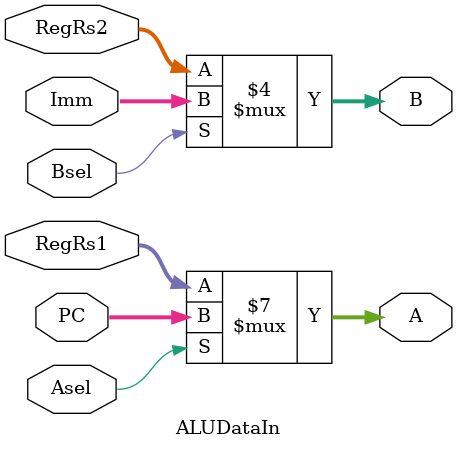
<source format=v>

module ALUDataIn (
    input [31:0] RegRs1,
    input [31:0] RegRs2,
    input [31:0] Imm,
    input [31:0] PC,
    input Asel,
    input Bsel,
    output reg [31:0] A,
    output reg [31:0] B
);

    // 为 ALU 操作数 A 选择输入
    always @(*) begin
        if (Asel) begin
            A = PC;
        end else begin
            A = RegRs1;
        end
    end

    // 为 ALU 操作数 B 选择输入
    always @(*) begin
        if (Bsel) begin
            B = Imm;
        end else begin
            B = RegRs2;
        end
    end
    
endmodule

</source>
